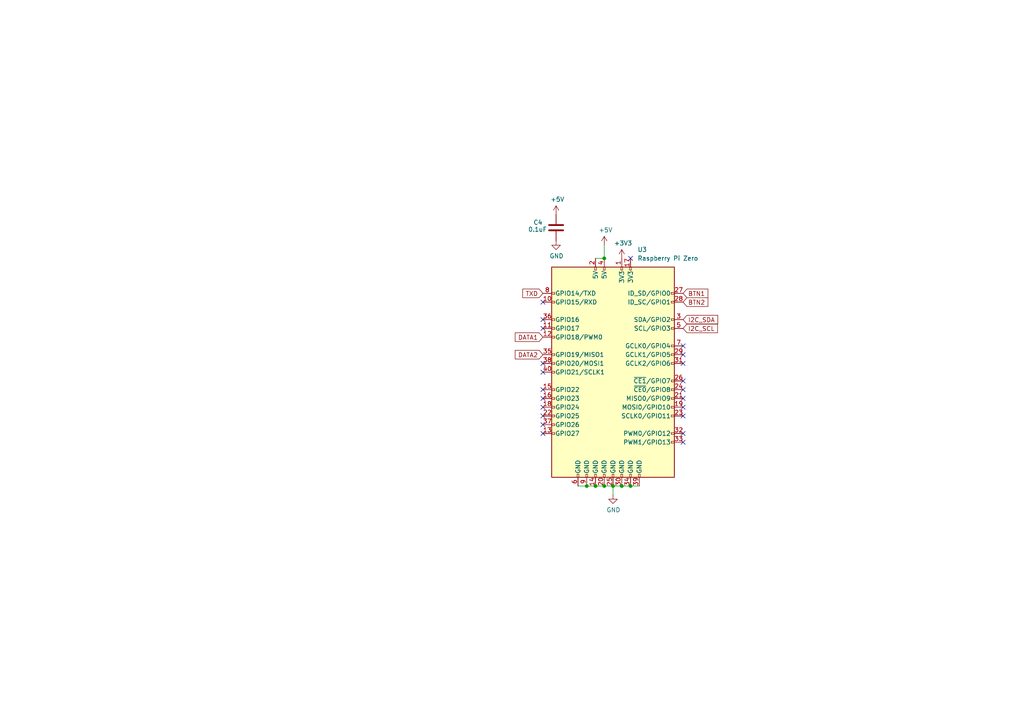
<source format=kicad_sch>
(kicad_sch (version 20231120) (generator "eeschema") (generator_version "8.0")
  (paper "A4")
  (title_block (title "Pi Zero W 2") (date "2024-12-30") (rev "v1") (company "Scott Hanson"))
  (lib_symbols
    (symbol "Connector:Raspberry_Pi_2_3" (pin_names (offset 1.016))
      (property "Reference" "J" (at -17.78 31.75 0))
      (property "Value" "Raspberry_Pi_2_3" (at 10.16 -31.75 0))
      (symbol "Raspberry_Pi_2_3_0_1"
        (rectangle (start -17.78 30.48) (end 17.78 -30.48) (stroke (width 0.254)) (fill (type background)))
      )
      (symbol "Raspberry_Pi_2_3_1_1"
        (rectangle (start -16.891 -17.526) (end -17.78 -18.034))
        (rectangle (start -16.891 -14.986) (end -17.78 -15.494))
        (rectangle (start -16.891 -12.446) (end -17.78 -12.954))
        (rectangle (start -16.891 -9.906) (end -17.78 -10.414))
        (rectangle (start -16.891 -7.366) (end -17.78 -7.874))
        (rectangle (start -16.891 -4.826) (end -17.78 -5.334))
        (rectangle (start -16.891 0.254) (end -17.78 -0.254))
        (rectangle (start -16.891 2.794) (end -17.78 2.286))
        (rectangle (start -16.891 5.334) (end -17.78 4.826))
        (rectangle (start -16.891 10.414) (end -17.78 9.906))
        (rectangle (start -16.891 12.954) (end -17.78 12.446))
        (rectangle (start -16.891 15.494) (end -17.78 14.986))
        (rectangle (start -16.891 20.574) (end -17.78 20.066))
        (rectangle (start -16.891 23.114) (end -17.78 22.606))
        (rectangle (start -10.414 -29.591) (end -9.906 -30.48))
        (rectangle (start -7.874 -29.591) (end -7.366 -30.48))
        (rectangle (start -5.334 -29.591) (end -4.826 -30.48))
        (rectangle (start -5.334 30.48) (end -4.826 29.591))
        (rectangle (start -2.794 -29.591) (end -2.286 -30.48))
        (rectangle (start -2.794 30.48) (end -2.286 29.591))
        (rectangle (start -0.254 -29.591) (end 0.254 -30.48))
        (rectangle (start 2.286 -29.591) (end 2.794 -30.48))
        (rectangle (start 2.286 30.48) (end 2.794 29.591))
        (rectangle (start 4.826 -29.591) (end 5.334 -30.48))
        (rectangle (start 4.826 30.48) (end 5.334 29.591))
        (rectangle (start 7.366 -29.591) (end 7.874 -30.48))
        (rectangle (start 17.78 -20.066) (end 16.891 -20.574))
        (rectangle (start 17.78 -17.526) (end 16.891 -18.034))
        (rectangle (start 17.78 -12.446) (end 16.891 -12.954))
        (rectangle (start 17.78 -9.906) (end 16.891 -10.414))
        (rectangle (start 17.78 -7.366) (end 16.891 -7.874))
        (rectangle (start 17.78 -4.826) (end 16.891 -5.334))
        (rectangle (start 17.78 -2.286) (end 16.891 -2.794))
        (rectangle (start 17.78 2.794) (end 16.891 2.286))
        (rectangle (start 17.78 5.334) (end 16.891 4.826))
        (rectangle (start 17.78 7.874) (end 16.891 7.366))
        (rectangle (start 17.78 12.954) (end 16.891 12.446))
        (rectangle (start 17.78 15.494) (end 16.891 14.986))
        (rectangle (start 17.78 20.574) (end 16.891 20.066))
        (rectangle (start 17.78 23.114) (end 16.891 22.606))
        (pin power_in line (at 2.54 33.02 270) (length 2.54) (name "3V3") (number "1"))
        (pin bidirectional line (at -20.32 20.32 0) (length 2.54) (name "GPIO15/RXD") (number "10"))
        (pin bidirectional line (at -20.32 12.7 0) (length 2.54) (name "GPIO17") (number "11"))
        (pin bidirectional line (at -20.32 10.16 0) (length 2.54) (name "GPIO18/PWM0") (number "12"))
        (pin bidirectional line (at -20.32 -17.78 0) (length 2.54) (name "GPIO27") (number "13"))
        (pin power_in line (at -5.08 -33.02 90) (length 2.54) (name "GND") (number "14"))
        (pin bidirectional line (at -20.32 -5.08 0) (length 2.54) (name "GPIO22") (number "15"))
        (pin bidirectional line (at -20.32 -7.62 0) (length 2.54) (name "GPIO23") (number "16"))
        (pin power_in line (at 5.08 33.02 270) (length 2.54) (name "3V3") (number "17"))
        (pin bidirectional line (at -20.32 -10.16 0) (length 2.54) (name "GPIO24") (number "18"))
        (pin bidirectional line (at 20.32 -10.16 180) (length 2.54) (name "MOSI0/GPIO10") (number "19"))
        (pin power_in line (at -5.08 33.02 270) (length 2.54) (name "5V") (number "2"))
        (pin power_in line (at -2.54 -33.02 90) (length 2.54) (name "GND") (number "20"))
        (pin bidirectional line (at 20.32 -7.62 180) (length 2.54) (name "MISO0/GPIO9") (number "21"))
        (pin bidirectional line (at -20.32 -12.7 0) (length 2.54) (name "GPIO25") (number "22"))
        (pin bidirectional line (at 20.32 -12.7 180) (length 2.54) (name "SCLK0/GPIO11") (number "23"))
        (pin bidirectional line (at 20.32 -5.08 180) (length 2.54) (name "~{CE0}/GPIO8") (number "24"))
        (pin power_in line (at 0 -33.02 90) (length 2.54) (name "GND") (number "25"))
        (pin bidirectional line (at 20.32 -2.54 180) (length 2.54) (name "~{CE1}/GPIO7") (number "26"))
        (pin bidirectional line (at 20.32 22.86 180) (length 2.54) (name "ID_SD/GPIO0") (number "27"))
        (pin bidirectional line (at 20.32 20.32 180) (length 2.54) (name "ID_SC/GPIO1") (number "28"))
        (pin bidirectional line (at 20.32 5.08 180) (length 2.54) (name "GCLK1/GPIO5") (number "29"))
        (pin bidirectional line (at 20.32 15.24 180) (length 2.54) (name "SDA/GPIO2") (number "3"))
        (pin power_in line (at 2.54 -33.02 90) (length 2.54) (name "GND") (number "30"))
        (pin bidirectional line (at 20.32 2.54 180) (length 2.54) (name "GCLK2/GPIO6") (number "31"))
        (pin bidirectional line (at 20.32 -17.78 180) (length 2.54) (name "PWM0/GPIO12") (number "32"))
        (pin bidirectional line (at 20.32 -20.32 180) (length 2.54) (name "PWM1/GPIO13") (number "33"))
        (pin power_in line (at 5.08 -33.02 90) (length 2.54) (name "GND") (number "34"))
        (pin bidirectional line (at -20.32 5.08 0) (length 2.54) (name "GPIO19/MISO1") (number "35"))
        (pin bidirectional line (at -20.32 15.24 0) (length 2.54) (name "GPIO16") (number "36"))
        (pin bidirectional line (at -20.32 -15.24 0) (length 2.54) (name "GPIO26") (number "37"))
        (pin bidirectional line (at -20.32 2.54 0) (length 2.54) (name "GPIO20/MOSI1") (number "38"))
        (pin power_in line (at 7.62 -33.02 90) (length 2.54) (name "GND") (number "39"))
        (pin power_in line (at -2.54 33.02 270) (length 2.54) (name "5V") (number "4"))
        (pin bidirectional line (at -20.32 0 0) (length 2.54) (name "GPIO21/SCLK1") (number "40"))
        (pin bidirectional line (at 20.32 12.7 180) (length 2.54) (name "SCL/GPIO3") (number "5"))
        (pin power_in line (at -10.16 -33.02 90) (length 2.54) (name "GND") (number "6"))
        (pin bidirectional line (at 20.32 7.62 180) (length 2.54) (name "GCLK0/GPIO4") (number "7"))
        (pin bidirectional line (at -20.32 22.86 0) (length 2.54) (name "GPIO14/TXD") (number "8"))
        (pin power_in line (at -7.62 -33.02 90) (length 2.54) (name "GND") (number "9"))
      )
    )
    (symbol "Device:C" (pin_numbers hide) (pin_names (offset 0.254))
      (property "Reference" "C" (at 0.635 2.54 0))
      (property "Value" "C" (at 0.635 -2.54 0))
      (symbol "C_0_1"
        (polyline (pts (xy -2.032 -0.762) (xy 2.032 -0.762)) (stroke (width 0.508)))
        (polyline (pts (xy -2.032 0.762) (xy 2.032 0.762)) (stroke (width 0.508)))
      )
      (symbol "C_1_1"
        (pin passive line (at 0 3.81 270) (length 2.794) (name "~") (number "1"))
        (pin passive line (at 0 -3.81 90) (length 2.794) (name "~") (number "2"))
      )
    )
    (symbol "power:+3.3V" (power) (pin_names (offset 0))
      (property "Value" "+3.3V" (at 0 3.556 0))
      (symbol "+3.3V_0_1"
        (polyline (pts (xy -0.762 1.27) (xy 0 2.54)))
        (polyline (pts (xy 0 0) (xy 0 2.54)))
        (polyline (pts (xy 0 2.54) (xy 0.762 1.27)))
      )
      (symbol "+3.3V_1_1"
        (pin power_in line (at 0 0 90) (length 0) hide (name "+3V3") (number "1"))
      )
    )
    (symbol "power:+5V" (power) (pin_names (offset 0))
      (property "Value" "+5V" (at 0 3.556 0))
      (symbol "+5V_0_1"
        (polyline (pts (xy -0.762 1.27) (xy 0 2.54)))
        (polyline (pts (xy 0 0) (xy 0 2.54)))
        (polyline (pts (xy 0 2.54) (xy 0.762 1.27)))
      )
      (symbol "+5V_1_1"
        (pin power_in line (at 0 0 90) (length 0) hide (name "+5V") (number "1"))
      )
    )
    (symbol "power:GND" (power) (pin_names (offset 0))
      (property "Value" "GND" (at 0 -3.81 0))
      (symbol "GND_0_1"
        (polyline (pts (xy 0 0) (xy 0 -1.27) (xy 1.27 -1.27) (xy 0 -2.54) (xy -1.27 -1.27) (xy 0 -1.27)))
      )
      (symbol "GND_1_1"
        (pin power_in line (at 0 0 270) (length 0) hide (name "GND") (number "1"))
      )
    )
  )
  (junction (at 180.34 140.97))
  (junction (at 172.72 140.97))
  (junction (at 175.26 140.97))
  (junction (at 177.8 140.97))
  (junction (at 175.26 74.93))
  (junction (at 182.88 140.97))
  (junction (at 170.18 140.97))
  (no_connect (at 198.12 118.11))
  (no_connect (at 198.12 120.65))
  (no_connect (at 157.48 92.71))
  (no_connect (at 157.48 95.25))
  (no_connect (at 198.12 115.57))
  (no_connect (at 157.48 120.65))
  (no_connect (at 198.12 100.33))
  (no_connect (at 157.48 125.73))
  (no_connect (at 157.48 107.95))
  (no_connect (at 157.48 105.41))
  (no_connect (at 198.12 102.87))
  (no_connect (at 157.48 115.57))
  (no_connect (at 157.48 113.03))
  (no_connect (at 198.12 105.41))
  (no_connect (at 182.88 74.93))
  (no_connect (at 157.48 87.63))
  (no_connect (at 198.12 128.27))
  (no_connect (at 198.12 113.03))
  (no_connect (at 157.48 123.19))
  (no_connect (at 198.12 125.73))
  (no_connect (at 157.48 118.11))
  (no_connect (at 198.12 110.49))
  (wire (pts (xy 170.18 140.97) (xy 172.72 140.97)))
  (wire (pts (xy 172.72 140.97) (xy 175.26 140.97)))
  (wire (pts (xy 180.34 140.97) (xy 182.88 140.97)))
  (wire (pts (xy 177.8 140.97) (xy 180.34 140.97)))
  (wire (pts (xy 172.72 74.93) (xy 175.26 74.93)))
  (wire (pts (xy 175.26 71.12) (xy 175.26 74.93)))
  (wire (pts (xy 175.26 140.97) (xy 177.8 140.97)))
  (wire (pts (xy 177.8 140.97) (xy 177.8 143.51)))
  (wire (pts (xy 167.64 140.97) (xy 170.18 140.97)))
  (wire (pts (xy 182.88 140.97) (xy 185.42 140.97)))
  (global_label "TXD" (shape input) (at 157.48 85.09 180) (property "Intersheetrefs" "${INTERSHEET_REFS}" (effects (hide yes))))
  (global_label "DATA2" (shape input) (at 157.48 102.87 180) (property "Intersheetrefs" "${INTERSHEET_REFS}" (effects (hide yes))))
  (global_label "I2C_SDA" (shape input) (at 198.12 92.71 0) (property "Intersheetrefs" "${INTERSHEET_REFS}" (effects (hide yes))))
  (global_label "BTN1" (shape input) (at 198.12 85.09 0) (property "Intersheetrefs" "${INTERSHEET_REFS}" (effects (hide yes))))
  (global_label "BTN2" (shape input) (at 198.12 87.63 0) (property "Intersheetrefs" "${INTERSHEET_REFS}" (effects (hide yes))))
  (global_label "I2C_SCL" (shape input) (at 198.12 95.25 0) (property "Intersheetrefs" "${INTERSHEET_REFS}" (effects (hide yes))))
  (global_label "DATA1" (shape input) (at 157.48 97.79 180) (property "Intersheetrefs" "${INTERSHEET_REFS}" (effects (hide yes))))
  (symbol (lib_id "power:+5V") (at 161.29 62.23 0) (unit 1)
    (property "Reference" "#PWR025" (effects (hide yes)))
    (property "Value" "+5V" (at 161.671 57.8358 0))
  )
  (symbol (lib_id "power:GND") (at 177.8 143.51 0) (unit 1)
    (property "Reference" "#PWR029" (effects (hide yes)))
    (property "Value" "GND" (at 177.927 147.9042 0))
  )
  (symbol (lib_id "Device:C") (at 161.29 66.04 0) (unit 1)
    (property "Reference" "C4" (at 154.686 64.516 0) (effects (justify left)))
    (property "Value" "0.1uF" (at 153.162 66.548 0) (effects (justify left)))
    (property "Footprint" "Capacitor_SMD:C_0603_1608Metric" (effects (hide yes)))
    (property "Digi-Key_PN" "1276-1935-2-ND" (effects (hide yes)))
    (property "MPN" "CL10B104KB8NNWC" (effects (hide yes)))
    (property "LCSC" "C14663" (effects (hide yes)))
  )
  (symbol (lib_id "power:GND") (at 161.29 69.85 0) (unit 1)
    (property "Reference" "#PWR026" (effects (hide yes)))
    (property "Value" "GND" (at 161.417 74.2442 0))
  )
  (symbol (lib_id "power:+3.3V") (at 180.34 74.93 0) (unit 1)
    (property "Reference" "#PWR028" (effects (hide yes)))
    (property "Value" "+3V3" (at 180.721 70.5358 0))
  )
  (symbol (lib_id "Connector:Raspberry_Pi_2_3") (at 177.8 107.95 0) (unit 1)
    (property "Reference" "U3" (at 184.8994 72.39 0) (effects (justify left)))
    (property "Value" "Raspberry Pi Zero" (at 184.8994 74.93 0) (effects (justify left)))
    (property "Footprint" "Scotts:Raspberry_Pi_Zero_Socketed_THT_FaceDown_MountingHoles" (effects (hide yes)))
    (property "Datasheet" "https://www.raspberrypi.org/documentation/hardware/raspberrypi/schematics/rpi_SCH_3bplus_1p0_reduced.pdf" (effects (hide yes)))
  )
  (symbol (lib_id "power:+5V") (at 175.26 71.12 0) (unit 1)
    (property "Reference" "#PWR027" (effects (hide yes)))
    (property "Value" "+5V" (at 175.641 66.7258 0))
  )
)
</source>
